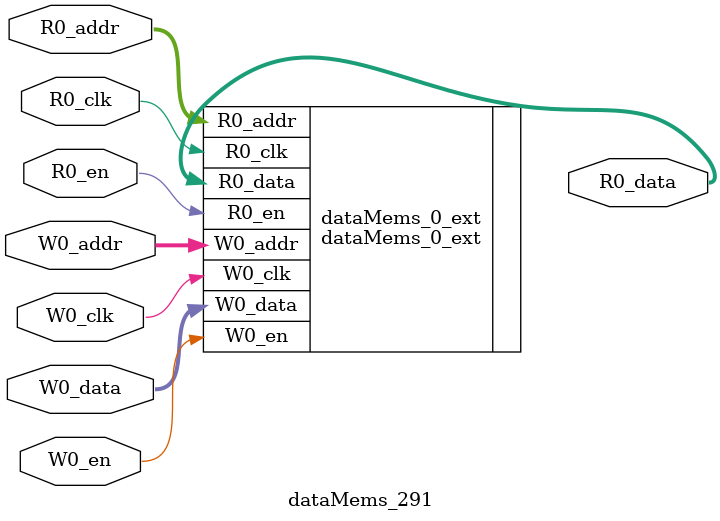
<source format=sv>
`ifndef RANDOMIZE
  `ifdef RANDOMIZE_REG_INIT
    `define RANDOMIZE
  `endif // RANDOMIZE_REG_INIT
`endif // not def RANDOMIZE
`ifndef RANDOMIZE
  `ifdef RANDOMIZE_MEM_INIT
    `define RANDOMIZE
  `endif // RANDOMIZE_MEM_INIT
`endif // not def RANDOMIZE

`ifndef RANDOM
  `define RANDOM $random
`endif // not def RANDOM

// Users can define 'PRINTF_COND' to add an extra gate to prints.
`ifndef PRINTF_COND_
  `ifdef PRINTF_COND
    `define PRINTF_COND_ (`PRINTF_COND)
  `else  // PRINTF_COND
    `define PRINTF_COND_ 1
  `endif // PRINTF_COND
`endif // not def PRINTF_COND_

// Users can define 'ASSERT_VERBOSE_COND' to add an extra gate to assert error printing.
`ifndef ASSERT_VERBOSE_COND_
  `ifdef ASSERT_VERBOSE_COND
    `define ASSERT_VERBOSE_COND_ (`ASSERT_VERBOSE_COND)
  `else  // ASSERT_VERBOSE_COND
    `define ASSERT_VERBOSE_COND_ 1
  `endif // ASSERT_VERBOSE_COND
`endif // not def ASSERT_VERBOSE_COND_

// Users can define 'STOP_COND' to add an extra gate to stop conditions.
`ifndef STOP_COND_
  `ifdef STOP_COND
    `define STOP_COND_ (`STOP_COND)
  `else  // STOP_COND
    `define STOP_COND_ 1
  `endif // STOP_COND
`endif // not def STOP_COND_

// Users can define INIT_RANDOM as general code that gets injected into the
// initializer block for modules with registers.
`ifndef INIT_RANDOM
  `define INIT_RANDOM
`endif // not def INIT_RANDOM

// If using random initialization, you can also define RANDOMIZE_DELAY to
// customize the delay used, otherwise 0.002 is used.
`ifndef RANDOMIZE_DELAY
  `define RANDOMIZE_DELAY 0.002
`endif // not def RANDOMIZE_DELAY

// Define INIT_RANDOM_PROLOG_ for use in our modules below.
`ifndef INIT_RANDOM_PROLOG_
  `ifdef RANDOMIZE
    `ifdef VERILATOR
      `define INIT_RANDOM_PROLOG_ `INIT_RANDOM
    `else  // VERILATOR
      `define INIT_RANDOM_PROLOG_ `INIT_RANDOM #`RANDOMIZE_DELAY begin end
    `endif // VERILATOR
  `else  // RANDOMIZE
    `define INIT_RANDOM_PROLOG_
  `endif // RANDOMIZE
`endif // not def INIT_RANDOM_PROLOG_

// Include register initializers in init blocks unless synthesis is set
`ifndef SYNTHESIS
  `ifndef ENABLE_INITIAL_REG_
    `define ENABLE_INITIAL_REG_
  `endif // not def ENABLE_INITIAL_REG_
`endif // not def SYNTHESIS

// Include rmemory initializers in init blocks unless synthesis is set
`ifndef SYNTHESIS
  `ifndef ENABLE_INITIAL_MEM_
    `define ENABLE_INITIAL_MEM_
  `endif // not def ENABLE_INITIAL_MEM_
`endif // not def SYNTHESIS

module dataMems_291(	// @[generators/ara/src/main/scala/UnsafeAXI4ToTL.scala:365:62]
  input  [4:0]  R0_addr,
  input         R0_en,
  input         R0_clk,
  output [66:0] R0_data,
  input  [4:0]  W0_addr,
  input         W0_en,
  input         W0_clk,
  input  [66:0] W0_data
);

  dataMems_0_ext dataMems_0_ext (	// @[generators/ara/src/main/scala/UnsafeAXI4ToTL.scala:365:62]
    .R0_addr (R0_addr),
    .R0_en   (R0_en),
    .R0_clk  (R0_clk),
    .R0_data (R0_data),
    .W0_addr (W0_addr),
    .W0_en   (W0_en),
    .W0_clk  (W0_clk),
    .W0_data (W0_data)
  );
endmodule


</source>
